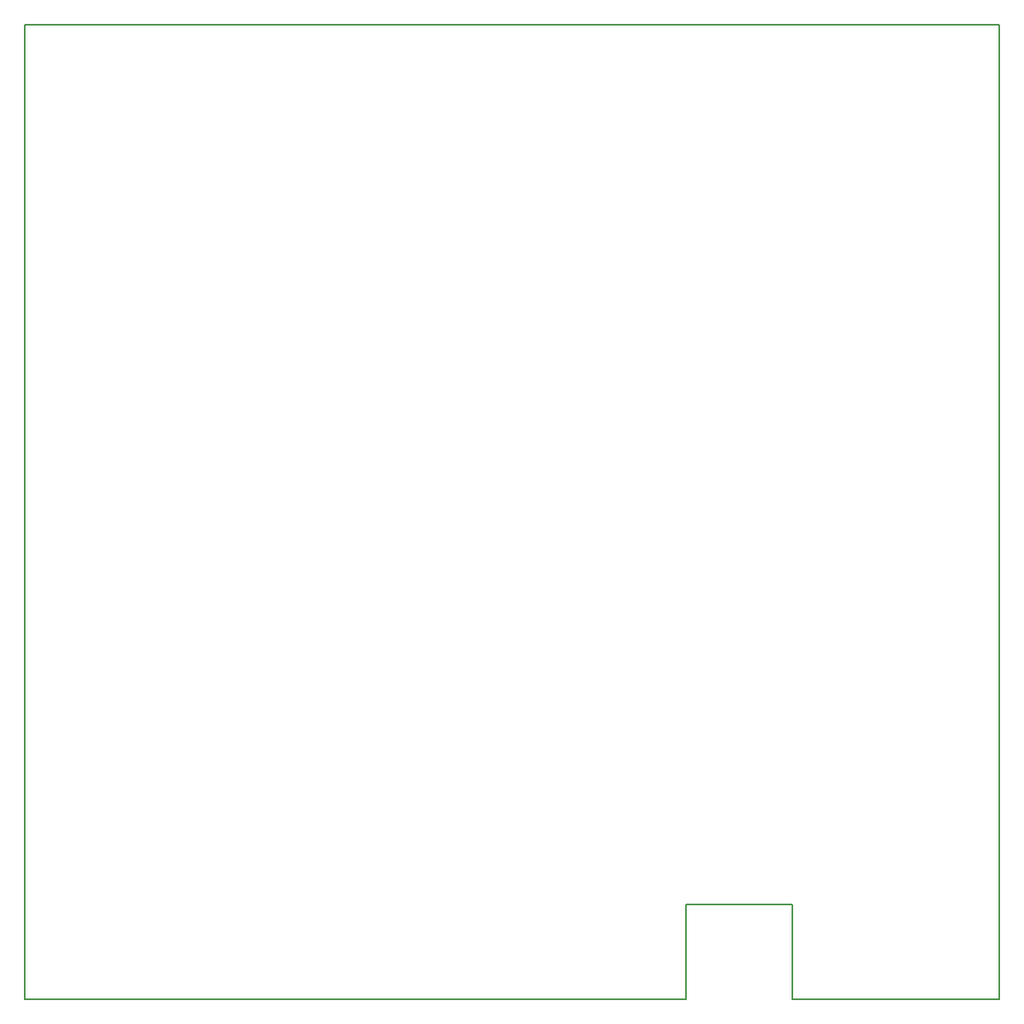
<source format=gbo>
G04 DipTrace 3.0.0.0*
G04 BottomSilk.gbr*
%MOIN*%
G04 #@! TF.FileFunction,Legend,Bot*
G04 #@! TF.Part,Single*
%ADD11C,0.006*%
%FSLAX26Y26*%
G04*
G70*
G90*
G75*
G01*
G04 BotSilk*
%LPD*%
G04 BoardOutline*
X0Y3937008D2*
D11*
Y0D1*
X2671476D1*
Y381290D1*
X3102772D1*
Y0D1*
X3937008D1*
Y3937008D1*
X0D1*
M02*

</source>
